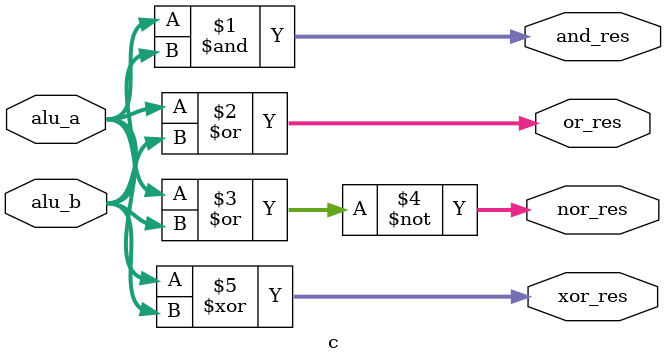
<source format=v>
`timescale 1ns / 1ps


module c( alu_a,alu_b,and_res,or_res,nor_res,xor_res

    );
    input [31:0] alu_a, alu_b;
    output wire [31:0] and_res,or_res,nor_res,xor_res;
      assign  and_res = alu_a & alu_b;
      assign  or_res = alu_a|alu_b;
      assign  nor_res = ~(alu_a|alu_b);
      assign  xor_res = alu_a^alu_b;
    
endmodule

</source>
